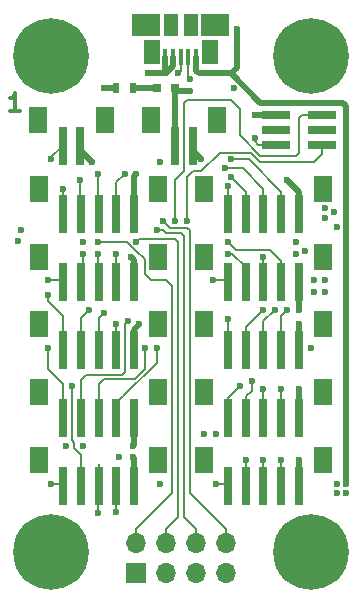
<source format=gtl>
G04 #@! TF.FileFunction,Copper,L1,Top,Signal*
%FSLAX46Y46*%
G04 Gerber Fmt 4.6, Leading zero omitted, Abs format (unit mm)*
G04 Created by KiCad (PCBNEW 4.0.5) date 07/09/17 21:46:25*
%MOMM*%
%LPD*%
G01*
G04 APERTURE LIST*
%ADD10C,0.100000*%
%ADD11C,0.300000*%
%ADD12R,0.700000X3.200000*%
%ADD13R,1.500000X2.300000*%
%ADD14R,0.800000X0.800000*%
%ADD15R,2.400000X0.760000*%
%ADD16R,0.450000X1.380000*%
%ADD17R,1.475000X2.100000*%
%ADD18R,2.375000X1.900000*%
%ADD19R,1.175000X1.900000*%
%ADD20R,0.500000X0.900000*%
%ADD21C,6.400000*%
%ADD22R,1.700000X1.700000*%
%ADD23O,1.700000X1.700000*%
%ADD24C,0.600000*%
%ADD25C,0.500000*%
%ADD26C,0.200000*%
G04 APERTURE END LIST*
D10*
D11*
X51428572Y-58678571D02*
X50571429Y-58678571D01*
X51000001Y-58678571D02*
X51000001Y-57178571D01*
X50857144Y-57392857D01*
X50714286Y-57535714D01*
X50571429Y-57607143D01*
D12*
X66000000Y-61600000D03*
X64500000Y-61600000D03*
D13*
X68050000Y-59450000D03*
X62450000Y-59450000D03*
D14*
X64550000Y-56750000D03*
X62950000Y-56750000D03*
D15*
X76950000Y-61520000D03*
X73050000Y-61520000D03*
X76950000Y-60250000D03*
X73050000Y-60250000D03*
X76950000Y-58980000D03*
X73050000Y-58980000D03*
D16*
X66300000Y-54080000D03*
X65650000Y-54080000D03*
X65000000Y-54080000D03*
X64350000Y-54080000D03*
X63700000Y-54080000D03*
D17*
X67462500Y-53720000D03*
X62537500Y-53720000D03*
D18*
X67910000Y-51420000D03*
X62090000Y-51420000D03*
D19*
X65840000Y-51420000D03*
X64160000Y-51420000D03*
D12*
X75000000Y-67400000D03*
X73500000Y-67400000D03*
X72000000Y-67400000D03*
X70500000Y-67400000D03*
X69000000Y-67400000D03*
D13*
X77050000Y-65250000D03*
X66950000Y-65250000D03*
D12*
X75000000Y-73150000D03*
X73500000Y-73150000D03*
X72000000Y-73150000D03*
X70500000Y-73150000D03*
X69000000Y-73150000D03*
D13*
X77050000Y-71000000D03*
X66950000Y-71000000D03*
D12*
X61050000Y-73150000D03*
X59550000Y-73150000D03*
X58050000Y-73150000D03*
X56550000Y-73150000D03*
X55050000Y-73150000D03*
D13*
X63100000Y-71000000D03*
X53000000Y-71000000D03*
D12*
X61050000Y-78900000D03*
X59550000Y-78900000D03*
X58050000Y-78900000D03*
X56550000Y-78900000D03*
X55050000Y-78900000D03*
D13*
X63100000Y-76750000D03*
X53000000Y-76750000D03*
D12*
X61050000Y-84650000D03*
X59550000Y-84650000D03*
X58050000Y-84650000D03*
X56550000Y-84650000D03*
X55050000Y-84650000D03*
D13*
X63100000Y-82500000D03*
X53000000Y-82500000D03*
D12*
X61050000Y-90400000D03*
X59550000Y-90400000D03*
X58050000Y-90400000D03*
X56550000Y-90400000D03*
X55050000Y-90400000D03*
D13*
X63100000Y-88250000D03*
X53000000Y-88250000D03*
D12*
X61050000Y-67400000D03*
X59550000Y-67400000D03*
X58050000Y-67400000D03*
X56550000Y-67400000D03*
X55050000Y-67400000D03*
D13*
X63100000Y-65250000D03*
X53000000Y-65250000D03*
D12*
X56500000Y-61600000D03*
X55000000Y-61600000D03*
D13*
X58550000Y-59450000D03*
X52950000Y-59450000D03*
D12*
X75000000Y-78900000D03*
X73500000Y-78900000D03*
X72000000Y-78900000D03*
X70500000Y-78900000D03*
X69000000Y-78900000D03*
D13*
X77050000Y-76750000D03*
X66950000Y-76750000D03*
D12*
X75000000Y-84650000D03*
X73500000Y-84650000D03*
X72000000Y-84650000D03*
X70500000Y-84650000D03*
X69000000Y-84650000D03*
D13*
X77050000Y-82500000D03*
X66950000Y-82500000D03*
D12*
X75000000Y-90400000D03*
X73500000Y-90400000D03*
X72000000Y-90400000D03*
X70500000Y-90400000D03*
X69000000Y-90400000D03*
D13*
X77050000Y-88250000D03*
X66950000Y-88250000D03*
D20*
X61000000Y-56750000D03*
X59500000Y-56750000D03*
D21*
X54000000Y-54000000D03*
X76000000Y-54000000D03*
X54000000Y-96000000D03*
X76000000Y-96000000D03*
D22*
X61190000Y-97790000D03*
D23*
X61190000Y-95250000D03*
X63730000Y-97790000D03*
X63730000Y-95250000D03*
X66270000Y-97790000D03*
X66270000Y-95250000D03*
X68810000Y-97790000D03*
X68810000Y-95250000D03*
D24*
X75000000Y-58000000D03*
X76500000Y-58000000D03*
X75750000Y-58000000D03*
X78250000Y-91000000D03*
X79000000Y-91000000D03*
X78250000Y-90250000D03*
X79000000Y-90250000D03*
X69750000Y-51750000D03*
X66750000Y-62750000D03*
X57500000Y-63000000D03*
X51200000Y-69700000D03*
X61250000Y-64000000D03*
X56750000Y-69750000D03*
X60750000Y-71000000D03*
X61500000Y-76750000D03*
X68000000Y-86000000D03*
X56750000Y-87000000D03*
X61000000Y-87000000D03*
X59750000Y-88000000D03*
X61000000Y-88000000D03*
X63250000Y-90250000D03*
X75000000Y-88250000D03*
X75000000Y-82250000D03*
X75000000Y-75500000D03*
X78000000Y-67250000D03*
X77250000Y-67750000D03*
X77250000Y-66852402D03*
X78250000Y-68500000D03*
X74000000Y-64500000D03*
X69500000Y-56750000D03*
X74750000Y-69750000D03*
X71250000Y-59000000D03*
X58500000Y-56750000D03*
X62250000Y-55500000D03*
X63000000Y-55500000D03*
X63750000Y-55500000D03*
X75000000Y-76750000D03*
X63250000Y-63000000D03*
X51500000Y-68750000D03*
X67000000Y-86000000D03*
X55250000Y-87000000D03*
X76000000Y-78750000D03*
X77250000Y-74000000D03*
X77250000Y-73000000D03*
X76250000Y-74000000D03*
X76250000Y-73000000D03*
X74750000Y-70750000D03*
X75500000Y-70500000D03*
X71250000Y-61000000D03*
X65750000Y-57000000D03*
X65500000Y-68000000D03*
X64500000Y-68000000D03*
X58000000Y-69750000D03*
X61250000Y-69750000D03*
X63000000Y-68750000D03*
X63500000Y-68000000D03*
X65750000Y-56000000D03*
X64750000Y-55500000D03*
X69250000Y-62750000D03*
X68750000Y-63500000D03*
X69250000Y-64250000D03*
X69000000Y-65000000D03*
X69000000Y-69750000D03*
X72000000Y-71000000D03*
X69000000Y-70750000D03*
X67750000Y-73000000D03*
X59500000Y-70750000D03*
X58000000Y-70750000D03*
X56750000Y-70750000D03*
X53750000Y-73000000D03*
X59500000Y-76750000D03*
X58500000Y-75750000D03*
X57250000Y-75500000D03*
X53750000Y-74250000D03*
X63000000Y-78750000D03*
X62000000Y-78750000D03*
X60500000Y-76500000D03*
X53750000Y-78750000D03*
X59500000Y-92600000D03*
X58000000Y-92750000D03*
X55802400Y-82000000D03*
X54000000Y-90250000D03*
X60250000Y-64000000D03*
X58000000Y-64000000D03*
X56500000Y-64500000D03*
X55000000Y-65250000D03*
X54000000Y-62750000D03*
X74000000Y-75500000D03*
X73000000Y-75500000D03*
X72000000Y-75500000D03*
X69000000Y-76250000D03*
X73500000Y-82250000D03*
X72000000Y-82250000D03*
X71000000Y-81500000D03*
X70000000Y-82000000D03*
X73500000Y-88250000D03*
X72000000Y-88250000D03*
X70500000Y-88250000D03*
X68000000Y-90250000D03*
D25*
X76500000Y-58000000D02*
X75000000Y-58000000D01*
X71750000Y-58000000D02*
X75000000Y-58000000D01*
X76500000Y-58000000D02*
X78750000Y-58000000D01*
X79000000Y-58250000D02*
X79000000Y-90250000D01*
X78750000Y-58000000D02*
X79000000Y-58250000D01*
X69250000Y-55500000D02*
X71750000Y-58000000D01*
X69250000Y-55500000D02*
X69750000Y-55000000D01*
X69750000Y-55000000D02*
X69750000Y-51750000D01*
X66530000Y-55500000D02*
X69250000Y-55500000D01*
X66300000Y-54080000D02*
X66300000Y-55270000D01*
X66300000Y-55270000D02*
X66530000Y-55500000D01*
X66000000Y-61600000D02*
X66000000Y-62000000D01*
X66000000Y-62000000D02*
X66750000Y-62750000D01*
X56500000Y-61600000D02*
X56500000Y-62000000D01*
X56500000Y-62000000D02*
X57500000Y-63000000D01*
X61050000Y-67400000D02*
X61050000Y-64200000D01*
X61050000Y-64200000D02*
X61250000Y-64000000D01*
X61050000Y-73150000D02*
X61050000Y-71300000D01*
X61050000Y-71300000D02*
X60750000Y-71000000D01*
X61050000Y-78900000D02*
X61050000Y-77200000D01*
X61050000Y-77200000D02*
X61500000Y-76750000D01*
X61050000Y-84650000D02*
X61050000Y-86950000D01*
X61050000Y-86950000D02*
X61000000Y-87000000D01*
X61050000Y-90400000D02*
X61050000Y-88050000D01*
X61050000Y-88050000D02*
X61000000Y-88000000D01*
X75000000Y-90400000D02*
X75000000Y-88250000D01*
X75000000Y-84650000D02*
X75000000Y-82250000D01*
X75000000Y-73150000D02*
X75000000Y-75500000D01*
X75000000Y-67400000D02*
X75000000Y-65500000D01*
X75000000Y-65500000D02*
X74000000Y-64500000D01*
X73050000Y-58980000D02*
X71270000Y-58980000D01*
X71270000Y-58980000D02*
X71250000Y-59000000D01*
X59500000Y-56750000D02*
X58500000Y-56750000D01*
X63000000Y-55500000D02*
X62250000Y-55500000D01*
X63700000Y-54080000D02*
X63700000Y-55270000D01*
X63700000Y-55270000D02*
X63470000Y-55500000D01*
X63470000Y-55500000D02*
X63000000Y-55500000D01*
X64350000Y-54080000D02*
X64350000Y-54900000D01*
X64350000Y-54900000D02*
X63750000Y-55500000D01*
X75000000Y-78900000D02*
X75000000Y-76750000D01*
D26*
X71520000Y-61520000D02*
X71250000Y-61250000D01*
X71250000Y-61250000D02*
X71250000Y-61000000D01*
X73050000Y-61520000D02*
X71520000Y-61520000D01*
D25*
X65750000Y-57000000D02*
X64800000Y-57000000D01*
X64800000Y-57000000D02*
X64550000Y-56750000D01*
X64550000Y-56750000D02*
X64550000Y-59200000D01*
X64550000Y-59200000D02*
X64500000Y-59250000D01*
X64500000Y-59250000D02*
X64500000Y-61600000D01*
X61000000Y-56750000D02*
X62950000Y-56750000D01*
D26*
X65500000Y-68000000D02*
X65500000Y-64250000D01*
X68302401Y-62197599D02*
X70947599Y-62197599D01*
X65500000Y-64250000D02*
X66000000Y-63750000D01*
X66000000Y-63750000D02*
X66750000Y-63750000D01*
X66750000Y-63750000D02*
X68302401Y-62197599D01*
X70947599Y-62197599D02*
X71750000Y-63000000D01*
X76950000Y-62300000D02*
X76950000Y-61520000D01*
X71750000Y-63000000D02*
X76250000Y-63000000D01*
X76250000Y-63000000D02*
X76950000Y-62300000D01*
X70000000Y-58500000D02*
X70000000Y-60750000D01*
X69250000Y-57750000D02*
X70000000Y-58500000D01*
X65500000Y-57750000D02*
X69250000Y-57750000D01*
X64500000Y-68000000D02*
X64500000Y-64500000D01*
X64500000Y-64500000D02*
X65250000Y-63750000D01*
X65250000Y-58000000D02*
X65500000Y-57750000D01*
X65250000Y-63750000D02*
X65250000Y-58000000D01*
X74750000Y-62500000D02*
X75000000Y-62250000D01*
X70000000Y-60750000D02*
X71750000Y-62500000D01*
X75000000Y-62250000D02*
X75000000Y-59250000D01*
X71750000Y-62500000D02*
X74750000Y-62500000D01*
X75000000Y-59250000D02*
X75270000Y-58980000D01*
X75270000Y-58980000D02*
X76950000Y-58980000D01*
X61250000Y-70500000D02*
X61197599Y-70500000D01*
X61197599Y-70500000D02*
X60447599Y-69750000D01*
X60447599Y-69750000D02*
X58000000Y-69750000D01*
X62000000Y-71250000D02*
X61250000Y-70500000D01*
X62000000Y-72500000D02*
X62000000Y-71250000D01*
X62500000Y-73000000D02*
X62000000Y-72500000D01*
X63750000Y-73000000D02*
X62500000Y-73000000D01*
X64250000Y-90500000D02*
X64250000Y-73500000D01*
X64250000Y-73500000D02*
X63750000Y-73000000D01*
X64237919Y-91000000D02*
X64237919Y-90512081D01*
X64237919Y-90512081D02*
X64250000Y-90500000D01*
X61190000Y-95250000D02*
X61190000Y-94047919D01*
X61190000Y-94047919D02*
X64237919Y-91000000D01*
X64500000Y-69500000D02*
X61500000Y-69500000D01*
X61500000Y-69500000D02*
X61250000Y-69750000D01*
X64750000Y-69750000D02*
X64500000Y-69500000D01*
X64750000Y-74750000D02*
X64750000Y-69750000D01*
X64750000Y-93027919D02*
X64750000Y-74750000D01*
X63730000Y-95250000D02*
X63730000Y-94047919D01*
X63730000Y-94047919D02*
X64750000Y-93027919D01*
X63750000Y-69000000D02*
X63500000Y-68750000D01*
X63500000Y-68750000D02*
X63000000Y-68750000D01*
X65000000Y-69000000D02*
X63750000Y-69000000D01*
X65250000Y-69250000D02*
X65000000Y-69000000D01*
X65250000Y-74500000D02*
X65250000Y-69250000D01*
X65250000Y-93027919D02*
X65250000Y-74500000D01*
X66270000Y-95250000D02*
X66270000Y-94047919D01*
X66270000Y-94047919D02*
X65250000Y-93027919D01*
X65552401Y-68552401D02*
X64052401Y-68552401D01*
X64052401Y-68552401D02*
X63500000Y-68000000D01*
X65750000Y-90987919D02*
X65750000Y-68750000D01*
X65750000Y-68750000D02*
X65552401Y-68552401D01*
X68810000Y-95250000D02*
X68810000Y-94047919D01*
X68810000Y-94047919D02*
X65750000Y-90987919D01*
X65650000Y-54080000D02*
X65650000Y-55900000D01*
X65650000Y-55900000D02*
X65750000Y-56000000D01*
X65000000Y-54080000D02*
X65000000Y-55250000D01*
X65000000Y-55250000D02*
X64750000Y-55500000D01*
X69250000Y-62750000D02*
X70750000Y-62750000D01*
X70750000Y-62750000D02*
X73500000Y-65500000D01*
X73500000Y-65500000D02*
X73500000Y-67400000D01*
X68750000Y-63500000D02*
X70250000Y-63500000D01*
X70250000Y-63500000D02*
X72000000Y-65250000D01*
X72000000Y-65250000D02*
X72000000Y-67400000D01*
X69250000Y-64250000D02*
X70500000Y-65500000D01*
X70500000Y-65500000D02*
X70500000Y-67400000D01*
X69000000Y-65000000D02*
X69000000Y-67400000D01*
X69000000Y-69750000D02*
X69697599Y-70447599D01*
X69697599Y-70447599D02*
X72597599Y-70447599D01*
X72597599Y-70447599D02*
X73500000Y-71350000D01*
X73500000Y-71350000D02*
X73500000Y-73150000D01*
X72000000Y-71000000D02*
X72000000Y-73150000D01*
X70500000Y-73150000D02*
X70500000Y-71900000D01*
X70500000Y-71900000D02*
X69350000Y-70750000D01*
X69350000Y-70750000D02*
X69000000Y-70750000D01*
X67750000Y-73000000D02*
X68850000Y-73000000D01*
X68850000Y-73000000D02*
X69000000Y-73150000D01*
X59500000Y-70750000D02*
X59500000Y-73100000D01*
X59500000Y-73100000D02*
X59550000Y-73150000D01*
X58000000Y-70750000D02*
X58000000Y-73100000D01*
X58000000Y-73100000D02*
X58050000Y-73150000D01*
X56750000Y-70750000D02*
X56750000Y-72950000D01*
X56750000Y-72950000D02*
X56550000Y-73150000D01*
X53750000Y-73000000D02*
X54900000Y-73000000D01*
X54900000Y-73000000D02*
X55050000Y-73150000D01*
X59500000Y-76750000D02*
X59500000Y-77174264D01*
X59500000Y-77174264D02*
X59550000Y-77224264D01*
X59550000Y-77224264D02*
X59550000Y-78900000D01*
X58500000Y-75750000D02*
X58050000Y-76200000D01*
X58050000Y-76200000D02*
X58050000Y-78900000D01*
X58000000Y-78850000D02*
X58050000Y-78900000D01*
X57250000Y-75500000D02*
X56550000Y-76200000D01*
X56550000Y-76200000D02*
X56550000Y-78900000D01*
X55050000Y-76050000D02*
X53750000Y-74750000D01*
X53750000Y-74750000D02*
X53750000Y-74250000D01*
X55050000Y-78900000D02*
X55050000Y-76050000D01*
X54900000Y-78750000D02*
X55050000Y-78900000D01*
X59550000Y-84650000D02*
X59550000Y-83400000D01*
X59550000Y-83400000D02*
X60100000Y-82850000D01*
X60100000Y-82850000D02*
X60148383Y-82850000D01*
X60148383Y-82850000D02*
X63000000Y-79998383D01*
X63000000Y-79998383D02*
X63000000Y-78750000D01*
X61147590Y-81352410D02*
X62000000Y-80500000D01*
X62000000Y-80500000D02*
X62000000Y-78750000D01*
X58500000Y-81352410D02*
X61147590Y-81352410D01*
X58500000Y-81352410D02*
X58050000Y-81802410D01*
X58050000Y-81802410D02*
X58050000Y-84650000D01*
X60250000Y-80750000D02*
X60250000Y-76750000D01*
X60250000Y-76750000D02*
X60500000Y-76500000D01*
X60000000Y-81000000D02*
X60250000Y-80750000D01*
X57000000Y-81000000D02*
X60000000Y-81000000D01*
X57000000Y-81000000D02*
X56550000Y-81450000D01*
X56550000Y-81450000D02*
X56550000Y-84650000D01*
X55050000Y-81800000D02*
X53750000Y-80500000D01*
X53750000Y-80500000D02*
X53750000Y-78750000D01*
X55050000Y-84650000D02*
X55050000Y-81800000D01*
X59500000Y-92600000D02*
X59500000Y-90450000D01*
X59500000Y-90450000D02*
X59550000Y-90400000D01*
X58000000Y-92750000D02*
X58000000Y-90450000D01*
X58000000Y-90450000D02*
X58050000Y-90400000D01*
X58050000Y-88600000D02*
X58050000Y-90400000D01*
X56550000Y-90400000D02*
X56550000Y-87800000D01*
X56550000Y-87800000D02*
X56000000Y-87250000D01*
X56000000Y-87250000D02*
X56000000Y-86750000D01*
X56000000Y-86750000D02*
X55802400Y-86552400D01*
X55802400Y-86552400D02*
X55802400Y-82000000D01*
X54000000Y-90250000D02*
X54900000Y-90250000D01*
X54900000Y-90250000D02*
X55050000Y-90400000D01*
X55000000Y-90350000D02*
X55050000Y-90400000D01*
X60250000Y-64000000D02*
X59550000Y-64700000D01*
X59550000Y-64700000D02*
X59550000Y-67400000D01*
X58000000Y-64000000D02*
X58000000Y-67350000D01*
X58000000Y-67350000D02*
X58050000Y-67400000D01*
X56500000Y-64500000D02*
X56500000Y-67350000D01*
X56500000Y-67350000D02*
X56550000Y-67400000D01*
X55000000Y-65250000D02*
X55000000Y-65674264D01*
X55000000Y-65674264D02*
X55050000Y-65724264D01*
X55050000Y-65724264D02*
X55050000Y-67400000D01*
X54000000Y-62750000D02*
X54000000Y-62600000D01*
X54000000Y-62600000D02*
X55000000Y-61600000D01*
X74000000Y-75500000D02*
X73500000Y-76000000D01*
X73500000Y-76000000D02*
X73500000Y-78900000D01*
X73000000Y-75500000D02*
X72000000Y-76500000D01*
X72000000Y-76500000D02*
X72000000Y-78900000D01*
X72000000Y-75500000D02*
X70500000Y-77000000D01*
X70500000Y-77000000D02*
X70500000Y-78900000D01*
X69000000Y-78900000D02*
X69000000Y-76250000D01*
X73500000Y-82250000D02*
X73500000Y-84650000D01*
X72000000Y-84650000D02*
X72000000Y-82250000D01*
X70500000Y-84650000D02*
X70500000Y-82850000D01*
X70500000Y-82850000D02*
X71000000Y-82350000D01*
X71000000Y-82350000D02*
X71000000Y-81500000D01*
X70000000Y-82000000D02*
X69000000Y-83000000D01*
X69000000Y-83000000D02*
X69000000Y-84650000D01*
X73500000Y-88250000D02*
X73500000Y-90400000D01*
X72000000Y-88250000D02*
X72000000Y-90400000D01*
X70500000Y-88250000D02*
X70500000Y-90400000D01*
X68000000Y-90250000D02*
X68850000Y-90250000D01*
X68850000Y-90250000D02*
X69000000Y-90400000D01*
M02*

</source>
